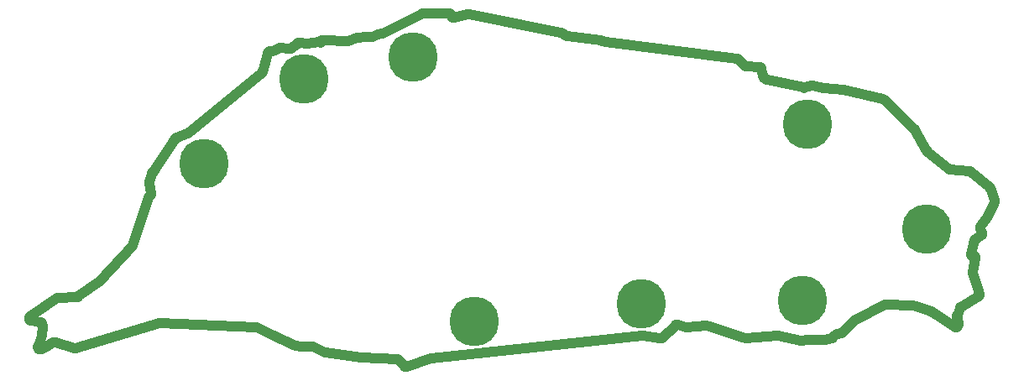
<source format=gtp>
G75*
%MOIN*%
%OFA0B0*%
%FSLAX25Y25*%
%IPPOS*%
%LPD*%
%AMOC8*
5,1,8,0,0,1.08239X$1,22.5*
%
%ADD10C,0.03937*%
%ADD11C,0.01600*%
%ADD12C,0.19685*%
D10*
X0010938Y0035616D02*
X0012395Y0036356D01*
X0015428Y0038243D01*
X0016238Y0038353D02*
X0023951Y0036090D01*
X0024515Y0036091D02*
X0057713Y0045895D01*
X0058038Y0045935D02*
X0095830Y0044378D01*
X0096227Y0044278D02*
X0102228Y0041358D01*
X0111809Y0036942D01*
X0112081Y0036861D02*
X0113708Y0036619D01*
X0118351Y0036707D01*
X0118819Y0036601D02*
X0123321Y0034334D01*
X0123629Y0034238D02*
X0137805Y0032210D01*
X0137908Y0032200D02*
X0151907Y0031666D01*
X0152600Y0031348D02*
X0154926Y0028854D01*
X0154927Y0028854D02*
X0154970Y0028811D01*
X0155015Y0028770D01*
X0155063Y0028732D01*
X0155113Y0028697D01*
X0155166Y0028666D01*
X0155220Y0028637D01*
X0155275Y0028612D01*
X0155333Y0028590D01*
X0155391Y0028572D01*
X0155450Y0028558D01*
X0155510Y0028547D01*
X0155571Y0028540D01*
X0155632Y0028536D01*
X0155693Y0028537D01*
X0155754Y0028541D01*
X0155815Y0028548D01*
X0155875Y0028560D01*
X0155934Y0028575D01*
X0155992Y0028593D01*
X0155992Y0028594D02*
X0165462Y0031949D01*
X0165688Y0032001D02*
X0249477Y0041090D01*
X0249763Y0041080D02*
X0256474Y0039869D01*
X0257327Y0040115D02*
X0262684Y0045024D01*
X0263656Y0045242D02*
X0266788Y0044269D01*
X0267172Y0044227D02*
X0274544Y0044867D01*
X0274927Y0044825D02*
X0290420Y0040022D01*
X0290801Y0039981D02*
X0302917Y0041015D01*
X0303214Y0040996D02*
X0312530Y0038973D01*
X0312727Y0038873D02*
X0314828Y0039139D01*
X0314942Y0039147D02*
X0321732Y0039221D01*
X0321986Y0039256D02*
X0324632Y0039981D01*
X0325128Y0040295D02*
X0325370Y0040578D01*
X0325512Y0040714D02*
X0326727Y0041670D01*
X0326726Y0041670D02*
X0326739Y0041640D01*
X0326755Y0041611D01*
X0326775Y0041585D01*
X0326797Y0041561D01*
X0326822Y0041539D01*
X0326849Y0041521D01*
X0326878Y0041506D01*
X0326909Y0041494D01*
X0326940Y0041486D01*
X0326973Y0041481D01*
X0327006Y0041480D01*
X0327038Y0041483D01*
X0327071Y0041490D01*
X0328395Y0041840D01*
X0328838Y0042091D02*
X0334083Y0047210D01*
X0334318Y0047380D02*
X0345641Y0053316D01*
X0346136Y0053430D02*
X0356666Y0053100D01*
X0356959Y0053046D02*
X0364414Y0050483D01*
X0364644Y0050370D02*
X0373362Y0044565D01*
X0373363Y0044565D02*
X0373415Y0044532D01*
X0373469Y0044503D01*
X0373524Y0044477D01*
X0373581Y0044455D01*
X0373639Y0044436D01*
X0373699Y0044421D01*
X0373759Y0044410D01*
X0373820Y0044402D01*
X0373881Y0044398D01*
X0373942Y0044397D01*
X0374003Y0044401D01*
X0374064Y0044408D01*
X0374124Y0044419D01*
X0374184Y0044433D01*
X0374242Y0044451D01*
X0374299Y0044473D01*
X0374355Y0044498D01*
X0374409Y0044527D01*
X0374462Y0044558D01*
X0374512Y0044593D01*
X0374560Y0044631D01*
X0374606Y0044672D01*
X0374649Y0044715D01*
X0374689Y0044761D01*
X0374727Y0044810D01*
X0374761Y0044861D01*
X0374792Y0044913D01*
X0374820Y0044968D01*
X0374845Y0045024D01*
X0374866Y0045081D01*
X0374883Y0045140D01*
X0374993Y0045555D01*
X0375008Y0046005D02*
X0374506Y0048562D01*
X0374546Y0049091D02*
X0375540Y0051873D01*
X0375963Y0052391D02*
X0382873Y0056592D01*
X0382924Y0056624D01*
X0382972Y0056660D01*
X0383018Y0056699D01*
X0383062Y0056740D01*
X0383103Y0056784D01*
X0383142Y0056830D01*
X0383178Y0056879D01*
X0383210Y0056929D01*
X0383240Y0056982D01*
X0383266Y0057036D01*
X0383289Y0057091D01*
X0383309Y0057148D01*
X0383325Y0057206D01*
X0383338Y0057265D01*
X0383347Y0057325D01*
X0383352Y0057385D01*
X0383354Y0057445D01*
X0383352Y0057505D01*
X0383347Y0057565D01*
X0383338Y0057624D01*
X0383325Y0057683D01*
X0383309Y0057741D01*
X0383309Y0057742D02*
X0380792Y0065888D01*
X0380763Y0066359D02*
X0381702Y0071624D01*
X0381701Y0071623D02*
X0381711Y0071686D01*
X0381716Y0071748D01*
X0381717Y0071811D01*
X0381714Y0071873D01*
X0381708Y0071936D01*
X0381697Y0071998D01*
X0381683Y0072059D01*
X0381665Y0072119D01*
X0381643Y0072177D01*
X0381617Y0072235D01*
X0381588Y0072290D01*
X0381555Y0072344D01*
X0381520Y0072395D01*
X0381481Y0072445D01*
X0381439Y0072491D01*
X0381394Y0072535D01*
X0381346Y0072576D01*
X0381296Y0072614D01*
X0381244Y0072649D01*
X0381190Y0072680D01*
X0381134Y0072708D01*
X0381076Y0072732D01*
X0381017Y0072753D01*
X0380956Y0072770D01*
X0380895Y0072783D01*
X0380833Y0072792D01*
X0380770Y0072798D01*
X0380708Y0072799D01*
X0380645Y0072796D01*
X0380583Y0072790D01*
X0380521Y0072780D01*
X0380521Y0072779D02*
X0380486Y0072774D01*
X0380450Y0072772D01*
X0380414Y0072774D01*
X0380378Y0072780D01*
X0380343Y0072789D01*
X0380309Y0072801D01*
X0380277Y0072817D01*
X0380246Y0072836D01*
X0380217Y0072858D01*
X0380191Y0072883D01*
X0380168Y0072911D01*
X0380147Y0072940D01*
X0380129Y0072972D01*
X0380115Y0073005D01*
X0380104Y0073039D01*
X0380096Y0073074D01*
X0380093Y0073110D01*
X0380092Y0073146D01*
X0380096Y0073182D01*
X0380103Y0073218D01*
X0381512Y0078872D01*
X0381920Y0079457D02*
X0383965Y0080846D01*
X0384015Y0080882D01*
X0384063Y0080922D01*
X0384109Y0080964D01*
X0384151Y0081010D01*
X0384191Y0081058D01*
X0384228Y0081108D01*
X0384262Y0081160D01*
X0384292Y0081215D01*
X0384319Y0081271D01*
X0384342Y0081329D01*
X0384361Y0081388D01*
X0384377Y0081448D01*
X0384389Y0081509D01*
X0384398Y0081571D01*
X0384402Y0081633D01*
X0384403Y0081695D01*
X0384399Y0081757D01*
X0384392Y0081819D01*
X0384381Y0081880D01*
X0384366Y0081941D01*
X0384348Y0082000D01*
X0384326Y0082058D01*
X0384300Y0082115D01*
X0383690Y0083353D01*
X0383665Y0083409D01*
X0383642Y0083467D01*
X0383624Y0083525D01*
X0383609Y0083585D01*
X0383598Y0083646D01*
X0383591Y0083707D01*
X0383587Y0083769D01*
X0383588Y0083830D01*
X0383592Y0083892D01*
X0383600Y0083953D01*
X0383611Y0084013D01*
X0383626Y0084073D01*
X0383645Y0084132D01*
X0383668Y0084189D01*
X0383694Y0084245D01*
X0383723Y0084299D01*
X0383756Y0084351D01*
X0383792Y0084401D01*
X0383792Y0084402D02*
X0386748Y0088278D01*
X0389425Y0094058D01*
X0389449Y0094843D02*
X0387598Y0099573D01*
X0387297Y0099985D02*
X0379945Y0105943D01*
X0379419Y0106160D02*
X0371652Y0106974D01*
X0371131Y0107188D02*
X0362749Y0113905D01*
X0362506Y0114189D02*
X0357684Y0122633D01*
X0357516Y0122850D02*
X0345598Y0134565D01*
X0345139Y0134822D02*
X0329479Y0138722D01*
X0329289Y0138750D02*
X0321570Y0139150D01*
X0321247Y0139222D02*
X0319932Y0139754D01*
X0317071Y0140226D01*
X0316643Y0140203D02*
X0314057Y0139492D01*
X0313573Y0139481D02*
X0298931Y0142758D01*
X0298575Y0142914D02*
X0297882Y0143400D01*
X0297493Y0143948D02*
X0296622Y0147036D01*
X0296621Y0147036D02*
X0296603Y0147094D01*
X0296582Y0147151D01*
X0296557Y0147206D01*
X0296528Y0147259D01*
X0296497Y0147311D01*
X0296462Y0147361D01*
X0296425Y0147408D01*
X0296384Y0147454D01*
X0296341Y0147496D01*
X0296296Y0147536D01*
X0296248Y0147573D01*
X0296198Y0147607D01*
X0296146Y0147639D01*
X0296092Y0147666D01*
X0296037Y0147691D01*
X0295980Y0147712D01*
X0295922Y0147730D01*
X0295863Y0147744D01*
X0295803Y0147755D01*
X0295743Y0147761D01*
X0295683Y0147765D01*
X0291046Y0147874D01*
X0290492Y0148057D02*
X0289356Y0148861D01*
X0287648Y0150674D01*
X0287050Y0150980D02*
X0234996Y0157775D01*
X0233808Y0158022D01*
X0233356Y0158114D01*
X0233111Y0158155D01*
X0219808Y0159840D01*
X0219463Y0159950D02*
X0217229Y0161142D01*
X0216957Y0161240D02*
X0180604Y0168610D01*
X0180174Y0168602D02*
X0174831Y0167331D01*
X0174832Y0167331D02*
X0174772Y0167319D01*
X0174711Y0167310D01*
X0174651Y0167305D01*
X0174590Y0167304D01*
X0174529Y0167307D01*
X0174468Y0167313D01*
X0174408Y0167323D01*
X0174349Y0167336D01*
X0174290Y0167353D01*
X0174233Y0167374D01*
X0174177Y0167398D01*
X0174122Y0167426D01*
X0174070Y0167456D01*
X0174019Y0167490D01*
X0173970Y0167527D01*
X0173924Y0167567D01*
X0173881Y0167609D01*
X0173840Y0167655D01*
X0173801Y0167702D01*
X0173766Y0167752D01*
X0173734Y0167804D01*
X0173705Y0167857D01*
X0173680Y0167913D01*
X0173658Y0167970D01*
X0173639Y0168028D01*
X0173639Y0168027D02*
X0173614Y0168114D01*
X0173613Y0168114D02*
X0173594Y0168173D01*
X0173572Y0168230D01*
X0173546Y0168286D01*
X0173517Y0168340D01*
X0173484Y0168392D01*
X0173449Y0168442D01*
X0173410Y0168490D01*
X0173369Y0168536D01*
X0173324Y0168578D01*
X0173278Y0168618D01*
X0173228Y0168655D01*
X0173177Y0168689D01*
X0173124Y0168720D01*
X0173069Y0168747D01*
X0173012Y0168771D01*
X0172954Y0168791D01*
X0172895Y0168808D01*
X0172835Y0168821D01*
X0172774Y0168831D01*
X0172713Y0168836D01*
X0172652Y0168838D01*
X0162111Y0168833D01*
X0161659Y0168725D02*
X0146351Y0160964D01*
X0145955Y0160858D02*
X0144207Y0160760D01*
X0142460Y0159653D01*
X0141901Y0159498D02*
X0140845Y0159522D01*
X0139613Y0159608D01*
X0136227Y0159336D01*
X0135930Y0159265D02*
X0132861Y0158014D01*
X0132429Y0157941D02*
X0122974Y0158455D01*
X0122177Y0158127D02*
X0121550Y0157432D01*
X0121193Y0157505D01*
X0120890Y0157519D02*
X0116351Y0157047D01*
X0113221Y0157191D01*
X0112639Y0157036D02*
X0111724Y0156454D01*
X0110759Y0155660D01*
X0110737Y0155642D02*
X0109907Y0154999D01*
X0109907Y0154998D02*
X0109904Y0154997D01*
X0109900Y0154997D01*
X0109901Y0154998D02*
X0109233Y0154928D01*
X0105362Y0155130D01*
X0104906Y0155046D02*
X0102773Y0154104D01*
X0102577Y0154041D02*
X0101480Y0153807D01*
X0101421Y0153793D01*
X0101364Y0153775D01*
X0101308Y0153754D01*
X0101253Y0153730D01*
X0101200Y0153702D01*
X0101149Y0153671D01*
X0101100Y0153638D01*
X0101052Y0153601D01*
X0101007Y0153561D01*
X0100965Y0153519D01*
X0100924Y0153475D01*
X0100887Y0153428D01*
X0100853Y0153379D01*
X0100821Y0153328D01*
X0100793Y0153275D01*
X0100768Y0153221D01*
X0100746Y0153165D01*
X0100728Y0153108D01*
X0098596Y0145773D01*
X0098270Y0145280D02*
X0069063Y0121311D01*
X0068767Y0121143D02*
X0064550Y0119627D01*
X0064058Y0119243D02*
X0054898Y0105600D01*
X0054764Y0105306D02*
X0053811Y0101814D01*
X0053792Y0101370D02*
X0054468Y0097687D01*
X0054201Y0096808D02*
X0053556Y0096147D01*
X0053322Y0095761D02*
X0047177Y0077080D01*
X0046965Y0076717D02*
X0034186Y0062741D01*
X0034022Y0062597D02*
X0025306Y0056490D01*
X0024781Y0056311D02*
X0017594Y0055963D01*
X0017087Y0055796D02*
X0006467Y0048693D01*
X0006417Y0048657D01*
X0006369Y0048618D01*
X0006323Y0048576D01*
X0006280Y0048531D01*
X0006240Y0048484D01*
X0006203Y0048435D01*
X0006169Y0048383D01*
X0006139Y0048329D01*
X0006111Y0048273D01*
X0006088Y0048216D01*
X0006068Y0048157D01*
X0006051Y0048098D01*
X0006038Y0048037D01*
X0006029Y0047976D01*
X0006024Y0047914D01*
X0006023Y0047852D01*
X0006026Y0047790D01*
X0006032Y0047729D01*
X0006042Y0047667D01*
X0006056Y0047607D01*
X0006074Y0047548D01*
X0006095Y0047490D01*
X0006120Y0047433D01*
X0006148Y0047378D01*
X0006180Y0047325D01*
X0006215Y0047273D01*
X0006253Y0047224D01*
X0006294Y0047178D01*
X0006337Y0047134D01*
X0006384Y0047093D01*
X0006433Y0047055D01*
X0006484Y0047020D01*
X0006537Y0046988D01*
X0006592Y0046960D01*
X0006649Y0046935D01*
X0006707Y0046913D01*
X0006766Y0046896D01*
X0006826Y0046882D01*
X0006887Y0046871D01*
X0010068Y0046436D01*
X0010126Y0046426D01*
X0010185Y0046413D01*
X0010242Y0046396D01*
X0010298Y0046376D01*
X0010353Y0046352D01*
X0010406Y0046325D01*
X0010458Y0046296D01*
X0010508Y0046263D01*
X0010555Y0046227D01*
X0010601Y0046188D01*
X0010644Y0046147D01*
X0010685Y0046103D01*
X0010723Y0046057D01*
X0010758Y0046009D01*
X0010790Y0045959D01*
X0010819Y0045907D01*
X0010845Y0045853D01*
X0010868Y0045798D01*
X0011232Y0044830D01*
X0011292Y0044375D02*
X0010967Y0041214D01*
X0010921Y0041002D02*
X0009536Y0036822D01*
X0009518Y0036762D01*
X0009504Y0036702D01*
X0009494Y0036640D01*
X0009488Y0036579D01*
X0009485Y0036517D01*
X0009486Y0036454D01*
X0009492Y0036393D01*
X0009501Y0036331D01*
X0009513Y0036270D01*
X0009530Y0036210D01*
X0009550Y0036152D01*
X0009574Y0036094D01*
X0009601Y0036039D01*
X0009632Y0035985D01*
X0009666Y0035933D01*
X0009704Y0035883D01*
X0009744Y0035836D01*
X0009787Y0035791D01*
X0009833Y0035749D01*
X0009881Y0035710D01*
X0009932Y0035674D01*
X0009985Y0035641D01*
X0010039Y0035612D01*
X0010096Y0035586D01*
X0010154Y0035564D01*
X0010213Y0035545D01*
X0010273Y0035530D01*
X0010334Y0035518D01*
X0010396Y0035511D01*
X0010458Y0035507D01*
X0010520Y0035508D01*
X0010582Y0035512D01*
X0010644Y0035520D01*
X0010705Y0035531D01*
X0010765Y0035547D01*
X0010824Y0035566D01*
X0010882Y0035589D01*
X0010938Y0035615D01*
X0015428Y0038243D02*
X0015480Y0038273D01*
X0015533Y0038300D01*
X0015589Y0038324D01*
X0015645Y0038344D01*
X0015703Y0038361D01*
X0015762Y0038375D01*
X0015821Y0038385D01*
X0015881Y0038391D01*
X0015941Y0038394D01*
X0016001Y0038393D01*
X0016061Y0038388D01*
X0016120Y0038380D01*
X0016179Y0038369D01*
X0016238Y0038354D01*
X0010921Y0041002D02*
X0010937Y0041054D01*
X0010950Y0041107D01*
X0010960Y0041161D01*
X0010967Y0041215D01*
X0011292Y0044376D02*
X0011296Y0044434D01*
X0011297Y0044491D01*
X0011294Y0044549D01*
X0011289Y0044607D01*
X0011280Y0044664D01*
X0011267Y0044720D01*
X0011252Y0044776D01*
X0011233Y0044831D01*
X0023950Y0036090D02*
X0024006Y0036076D01*
X0024062Y0036065D01*
X0024119Y0036056D01*
X0024176Y0036052D01*
X0024233Y0036050D01*
X0024290Y0036052D01*
X0024347Y0036057D01*
X0024404Y0036065D01*
X0024460Y0036076D01*
X0024515Y0036091D01*
X0057713Y0045895D02*
X0057766Y0045909D01*
X0057819Y0045920D01*
X0057873Y0045928D01*
X0057928Y0045934D01*
X0057982Y0045936D01*
X0058037Y0045935D01*
X0025306Y0056490D02*
X0025253Y0056456D01*
X0025199Y0056425D01*
X0025143Y0056397D01*
X0025085Y0056373D01*
X0025026Y0056353D01*
X0024966Y0056337D01*
X0024904Y0056324D01*
X0024843Y0056315D01*
X0024780Y0056310D01*
X0017595Y0055964D02*
X0017535Y0055959D01*
X0017475Y0055951D01*
X0017416Y0055939D01*
X0017358Y0055924D01*
X0017301Y0055905D01*
X0017245Y0055882D01*
X0017191Y0055857D01*
X0017138Y0055828D01*
X0017087Y0055796D01*
X0034022Y0062597D02*
X0034066Y0062630D01*
X0034108Y0062665D01*
X0034148Y0062702D01*
X0034186Y0062741D01*
X0046965Y0076717D02*
X0047004Y0076763D01*
X0047041Y0076811D01*
X0047075Y0076861D01*
X0047105Y0076913D01*
X0047132Y0076967D01*
X0047156Y0077023D01*
X0047177Y0077080D01*
X0053322Y0095761D02*
X0053341Y0095815D01*
X0053364Y0095867D01*
X0053389Y0095918D01*
X0053417Y0095968D01*
X0053448Y0096015D01*
X0053481Y0096061D01*
X0053517Y0096105D01*
X0053556Y0096147D01*
X0054201Y0096808D02*
X0054241Y0096852D01*
X0054279Y0096898D01*
X0054314Y0096946D01*
X0054346Y0096997D01*
X0054375Y0097049D01*
X0054400Y0097103D01*
X0054423Y0097158D01*
X0054442Y0097215D01*
X0054457Y0097272D01*
X0054470Y0097331D01*
X0054478Y0097390D01*
X0054483Y0097449D01*
X0054485Y0097509D01*
X0054483Y0097568D01*
X0054478Y0097628D01*
X0054469Y0097687D01*
X0053791Y0101370D02*
X0053783Y0101426D01*
X0053777Y0101481D01*
X0053775Y0101537D01*
X0053776Y0101593D01*
X0053780Y0101649D01*
X0053787Y0101705D01*
X0053797Y0101760D01*
X0053810Y0101814D01*
X0054764Y0105305D02*
X0054780Y0105357D01*
X0054798Y0105408D01*
X0054820Y0105458D01*
X0054843Y0105506D01*
X0054870Y0105554D01*
X0054899Y0105599D01*
X0064058Y0119243D02*
X0064091Y0119290D01*
X0064127Y0119335D01*
X0064166Y0119378D01*
X0064207Y0119418D01*
X0064251Y0119456D01*
X0064296Y0119492D01*
X0064343Y0119525D01*
X0064393Y0119555D01*
X0064444Y0119582D01*
X0064496Y0119606D01*
X0064550Y0119627D01*
X0068767Y0121143D02*
X0068820Y0121164D01*
X0068872Y0121188D01*
X0068923Y0121214D01*
X0068971Y0121244D01*
X0069018Y0121276D01*
X0069063Y0121311D01*
X0098270Y0145280D02*
X0098316Y0145319D01*
X0098358Y0145362D01*
X0098399Y0145406D01*
X0098436Y0145453D01*
X0098471Y0145502D01*
X0098502Y0145553D01*
X0098531Y0145606D01*
X0098556Y0145661D01*
X0098578Y0145717D01*
X0098596Y0145774D01*
X0102577Y0154041D02*
X0102627Y0154053D01*
X0102677Y0154068D01*
X0102725Y0154085D01*
X0102773Y0154104D01*
X0104906Y0155046D02*
X0104960Y0155068D01*
X0105015Y0155087D01*
X0105072Y0155102D01*
X0105129Y0155115D01*
X0105187Y0155123D01*
X0105245Y0155129D01*
X0105304Y0155131D01*
X0105362Y0155130D01*
X0110737Y0155643D02*
X0110759Y0155661D01*
X0112638Y0157036D02*
X0112691Y0157067D01*
X0112746Y0157095D01*
X0112802Y0157120D01*
X0112859Y0157141D01*
X0112918Y0157158D01*
X0112977Y0157172D01*
X0113038Y0157183D01*
X0113099Y0157189D01*
X0113160Y0157192D01*
X0113221Y0157191D01*
X0120890Y0157520D02*
X0120950Y0157524D01*
X0121011Y0157525D01*
X0121072Y0157522D01*
X0121132Y0157515D01*
X0121192Y0157505D01*
X0122177Y0158127D02*
X0122219Y0158170D01*
X0122262Y0158210D01*
X0122308Y0158248D01*
X0122356Y0158283D01*
X0122406Y0158315D01*
X0122458Y0158344D01*
X0122511Y0158370D01*
X0122566Y0158392D01*
X0122622Y0158412D01*
X0122680Y0158428D01*
X0122738Y0158440D01*
X0122796Y0158449D01*
X0122856Y0158455D01*
X0122915Y0158457D01*
X0122974Y0158456D01*
X0132430Y0157941D02*
X0132485Y0157940D01*
X0132540Y0157942D01*
X0132595Y0157946D01*
X0132650Y0157954D01*
X0132704Y0157964D01*
X0132757Y0157978D01*
X0132810Y0157995D01*
X0132862Y0158014D01*
X0135929Y0159266D02*
X0135987Y0159287D01*
X0136046Y0159305D01*
X0136105Y0159319D01*
X0136166Y0159330D01*
X0136227Y0159337D01*
X0141902Y0159498D02*
X0141961Y0159499D01*
X0142019Y0159502D01*
X0142078Y0159510D01*
X0142136Y0159520D01*
X0142193Y0159534D01*
X0142249Y0159552D01*
X0142304Y0159573D01*
X0142358Y0159596D01*
X0142410Y0159623D01*
X0142460Y0159653D01*
X0145955Y0160858D02*
X0146013Y0160863D01*
X0146072Y0160871D01*
X0146130Y0160883D01*
X0146187Y0160898D01*
X0146243Y0160917D01*
X0146298Y0160939D01*
X0146351Y0160964D01*
X0161659Y0168725D02*
X0161712Y0168750D01*
X0161766Y0168772D01*
X0161822Y0168790D01*
X0161878Y0168806D01*
X0161936Y0168818D01*
X0161994Y0168826D01*
X0162052Y0168831D01*
X0162111Y0168833D01*
X0180174Y0168603D02*
X0180235Y0168615D01*
X0180296Y0168624D01*
X0180358Y0168629D01*
X0180420Y0168630D01*
X0180482Y0168627D01*
X0180544Y0168620D01*
X0180605Y0168610D01*
X0216957Y0161240D02*
X0217013Y0161227D01*
X0217069Y0161210D01*
X0217123Y0161191D01*
X0217177Y0161168D01*
X0217229Y0161142D01*
X0219462Y0159950D02*
X0219517Y0159923D01*
X0219573Y0159899D01*
X0219630Y0159879D01*
X0219688Y0159862D01*
X0219747Y0159849D01*
X0219807Y0159840D01*
X0287049Y0150980D02*
X0287111Y0150970D01*
X0287172Y0150956D01*
X0287232Y0150938D01*
X0287290Y0150917D01*
X0287347Y0150892D01*
X0287403Y0150864D01*
X0287456Y0150832D01*
X0287508Y0150797D01*
X0287557Y0150759D01*
X0287604Y0150718D01*
X0287648Y0150674D01*
X0290491Y0148058D02*
X0290541Y0148025D01*
X0290592Y0147995D01*
X0290645Y0147968D01*
X0290699Y0147945D01*
X0290755Y0147925D01*
X0290812Y0147908D01*
X0290869Y0147894D01*
X0290927Y0147884D01*
X0290986Y0147877D01*
X0291045Y0147874D01*
X0297493Y0143948D02*
X0297511Y0143888D01*
X0297534Y0143830D01*
X0297560Y0143774D01*
X0297589Y0143719D01*
X0297622Y0143666D01*
X0297658Y0143615D01*
X0297697Y0143566D01*
X0297739Y0143521D01*
X0297784Y0143477D01*
X0297832Y0143437D01*
X0297882Y0143400D01*
X0298576Y0142915D02*
X0298622Y0142884D01*
X0298670Y0142856D01*
X0298720Y0142831D01*
X0298771Y0142808D01*
X0298823Y0142789D01*
X0298877Y0142772D01*
X0298931Y0142758D01*
X0313574Y0139480D02*
X0313634Y0139469D01*
X0313694Y0139461D01*
X0313755Y0139457D01*
X0313816Y0139456D01*
X0313877Y0139460D01*
X0313938Y0139467D01*
X0313998Y0139477D01*
X0314057Y0139492D01*
X0316643Y0140203D02*
X0316703Y0140218D01*
X0316764Y0140229D01*
X0316825Y0140236D01*
X0316886Y0140239D01*
X0316948Y0140238D01*
X0317010Y0140234D01*
X0317071Y0140226D01*
X0321247Y0139222D02*
X0321299Y0139203D01*
X0321352Y0139186D01*
X0321406Y0139173D01*
X0321460Y0139162D01*
X0321515Y0139155D01*
X0321570Y0139150D01*
X0329290Y0138751D02*
X0329338Y0138747D01*
X0329385Y0138741D01*
X0329433Y0138733D01*
X0329480Y0138722D01*
X0345139Y0134822D02*
X0345196Y0134806D01*
X0345252Y0134787D01*
X0345306Y0134764D01*
X0345360Y0134739D01*
X0345411Y0134710D01*
X0345461Y0134678D01*
X0345509Y0134643D01*
X0345555Y0134605D01*
X0345598Y0134565D01*
X0357516Y0122850D02*
X0357554Y0122811D01*
X0357590Y0122769D01*
X0357624Y0122725D01*
X0357655Y0122680D01*
X0357683Y0122633D01*
X0362507Y0114189D02*
X0362539Y0114136D01*
X0362576Y0114084D01*
X0362615Y0114035D01*
X0362657Y0113989D01*
X0362702Y0113945D01*
X0362750Y0113905D01*
X0371131Y0107188D02*
X0371176Y0107153D01*
X0371224Y0107121D01*
X0371273Y0107092D01*
X0371324Y0107066D01*
X0371376Y0107043D01*
X0371429Y0107023D01*
X0371484Y0107006D01*
X0371539Y0106992D01*
X0371595Y0106981D01*
X0371652Y0106973D01*
X0379419Y0106161D02*
X0379476Y0106153D01*
X0379533Y0106142D01*
X0379589Y0106128D01*
X0379644Y0106110D01*
X0379698Y0106090D01*
X0379750Y0106066D01*
X0379801Y0106040D01*
X0379851Y0106010D01*
X0379899Y0105978D01*
X0379945Y0105943D01*
X0387297Y0099985D02*
X0387340Y0099948D01*
X0387381Y0099908D01*
X0387420Y0099865D01*
X0387457Y0099821D01*
X0387491Y0099775D01*
X0387522Y0099727D01*
X0387550Y0099677D01*
X0387576Y0099625D01*
X0387598Y0099572D01*
X0389449Y0094842D02*
X0389470Y0094784D01*
X0389487Y0094724D01*
X0389501Y0094664D01*
X0389510Y0094602D01*
X0389516Y0094541D01*
X0389518Y0094479D01*
X0389516Y0094417D01*
X0389510Y0094355D01*
X0389501Y0094294D01*
X0389488Y0094233D01*
X0389470Y0094173D01*
X0389450Y0094115D01*
X0389425Y0094058D01*
X0381920Y0079457D02*
X0381871Y0079422D01*
X0381824Y0079383D01*
X0381779Y0079342D01*
X0381737Y0079298D01*
X0381698Y0079251D01*
X0381662Y0079202D01*
X0381629Y0079151D01*
X0381599Y0079098D01*
X0381572Y0079044D01*
X0381548Y0078988D01*
X0381528Y0078930D01*
X0381512Y0078872D01*
X0380763Y0066359D02*
X0380754Y0066300D01*
X0380749Y0066240D01*
X0380747Y0066181D01*
X0380749Y0066121D01*
X0380754Y0066062D01*
X0380763Y0066003D01*
X0380776Y0065945D01*
X0380792Y0065888D01*
X0375963Y0052390D02*
X0375911Y0052357D01*
X0375861Y0052320D01*
X0375814Y0052280D01*
X0375769Y0052237D01*
X0375727Y0052192D01*
X0375688Y0052144D01*
X0375652Y0052093D01*
X0375619Y0052041D01*
X0375589Y0051986D01*
X0375563Y0051930D01*
X0375540Y0051873D01*
X0374545Y0049091D02*
X0374527Y0049034D01*
X0374512Y0048976D01*
X0374500Y0048918D01*
X0374492Y0048858D01*
X0374488Y0048799D01*
X0374487Y0048739D01*
X0374490Y0048680D01*
X0374496Y0048620D01*
X0374506Y0048561D01*
X0375008Y0046005D02*
X0375018Y0045949D01*
X0375024Y0045892D01*
X0375027Y0045836D01*
X0375026Y0045779D01*
X0375023Y0045722D01*
X0375016Y0045666D01*
X0375006Y0045610D01*
X0374993Y0045555D01*
X0364643Y0050370D02*
X0364600Y0050398D01*
X0364555Y0050423D01*
X0364509Y0050445D01*
X0364462Y0050466D01*
X0364414Y0050484D01*
X0356959Y0053047D02*
X0356902Y0053064D01*
X0356844Y0053079D01*
X0356785Y0053090D01*
X0356725Y0053097D01*
X0356665Y0053101D01*
X0346136Y0053430D02*
X0346079Y0053430D01*
X0346022Y0053427D01*
X0345965Y0053420D01*
X0345909Y0053411D01*
X0345853Y0053398D01*
X0345799Y0053382D01*
X0345745Y0053363D01*
X0345692Y0053341D01*
X0345641Y0053316D01*
X0334318Y0047381D02*
X0334267Y0047352D01*
X0334218Y0047321D01*
X0334171Y0047287D01*
X0334126Y0047250D01*
X0334084Y0047211D01*
X0328838Y0042091D02*
X0328796Y0042053D01*
X0328752Y0042016D01*
X0328706Y0041983D01*
X0328658Y0041952D01*
X0328608Y0041923D01*
X0328557Y0041898D01*
X0328504Y0041876D01*
X0328450Y0041856D01*
X0328395Y0041840D01*
X0325512Y0040714D02*
X0325474Y0040683D01*
X0325438Y0040650D01*
X0325403Y0040615D01*
X0325370Y0040578D01*
X0325128Y0040295D02*
X0325088Y0040251D01*
X0325045Y0040209D01*
X0325000Y0040170D01*
X0324953Y0040134D01*
X0324903Y0040100D01*
X0324852Y0040070D01*
X0324799Y0040043D01*
X0324745Y0040019D01*
X0324689Y0039998D01*
X0324632Y0039980D01*
X0321985Y0039256D02*
X0321935Y0039244D01*
X0321885Y0039235D01*
X0321834Y0039227D01*
X0321783Y0039223D01*
X0321732Y0039221D01*
X0314942Y0039147D02*
X0314885Y0039145D01*
X0314828Y0039139D01*
X0312727Y0038874D02*
X0312698Y0038897D01*
X0312668Y0038918D01*
X0312635Y0038936D01*
X0312602Y0038951D01*
X0312567Y0038964D01*
X0312531Y0038973D01*
X0303214Y0040996D02*
X0303155Y0041007D01*
X0303096Y0041015D01*
X0303036Y0041018D01*
X0302977Y0041019D01*
X0302917Y0041015D01*
X0290801Y0039981D02*
X0290746Y0039977D01*
X0290691Y0039977D01*
X0290636Y0039980D01*
X0290581Y0039986D01*
X0290527Y0039995D01*
X0290473Y0040007D01*
X0290420Y0040022D01*
X0274927Y0044825D02*
X0274874Y0044840D01*
X0274820Y0044852D01*
X0274765Y0044861D01*
X0274710Y0044867D01*
X0274655Y0044870D01*
X0274600Y0044870D01*
X0274545Y0044866D01*
X0267171Y0044228D02*
X0267116Y0044224D01*
X0267061Y0044224D01*
X0267005Y0044227D01*
X0266950Y0044233D01*
X0266896Y0044242D01*
X0266842Y0044254D01*
X0266788Y0044269D01*
X0263656Y0045242D02*
X0263597Y0045258D01*
X0263537Y0045271D01*
X0263476Y0045280D01*
X0263415Y0045285D01*
X0263354Y0045287D01*
X0263292Y0045285D01*
X0263231Y0045279D01*
X0263171Y0045269D01*
X0263111Y0045256D01*
X0263052Y0045239D01*
X0262994Y0045218D01*
X0262938Y0045194D01*
X0262883Y0045166D01*
X0262830Y0045135D01*
X0262779Y0045101D01*
X0262730Y0045064D01*
X0262683Y0045024D01*
X0257327Y0040116D02*
X0257280Y0040076D01*
X0257231Y0040039D01*
X0257180Y0040005D01*
X0257127Y0039974D01*
X0257072Y0039946D01*
X0257016Y0039922D01*
X0256958Y0039901D01*
X0256899Y0039884D01*
X0256839Y0039871D01*
X0256779Y0039861D01*
X0256718Y0039855D01*
X0256656Y0039853D01*
X0256595Y0039855D01*
X0256534Y0039860D01*
X0256473Y0039869D01*
X0249763Y0041080D02*
X0249706Y0041089D01*
X0249649Y0041094D01*
X0249592Y0041096D01*
X0249534Y0041095D01*
X0249477Y0041090D01*
X0165688Y0032001D02*
X0165631Y0031993D01*
X0165574Y0031982D01*
X0165517Y0031967D01*
X0165462Y0031950D01*
X0152600Y0031348D02*
X0152558Y0031391D01*
X0152513Y0031431D01*
X0152466Y0031468D01*
X0152417Y0031503D01*
X0152365Y0031534D01*
X0152312Y0031562D01*
X0152258Y0031587D01*
X0152202Y0031609D01*
X0152144Y0031627D01*
X0152086Y0031642D01*
X0152027Y0031653D01*
X0151967Y0031661D01*
X0151907Y0031665D01*
X0137908Y0032201D02*
X0137856Y0032204D01*
X0137804Y0032210D01*
X0123629Y0034237D02*
X0123576Y0034246D01*
X0123523Y0034258D01*
X0123471Y0034273D01*
X0123420Y0034291D01*
X0123370Y0034311D01*
X0123321Y0034334D01*
X0118820Y0036601D02*
X0118765Y0036627D01*
X0118708Y0036649D01*
X0118651Y0036668D01*
X0118592Y0036683D01*
X0118532Y0036695D01*
X0118472Y0036703D01*
X0118412Y0036707D01*
X0118351Y0036708D01*
X0112080Y0036861D02*
X0112024Y0036871D01*
X0111969Y0036884D01*
X0111914Y0036900D01*
X0111861Y0036919D01*
X0111808Y0036942D01*
X0096227Y0044278D02*
X0096173Y0044302D01*
X0096118Y0044323D01*
X0096062Y0044341D01*
X0096005Y0044355D01*
X0095947Y0044366D01*
X0095889Y0044374D01*
X0095830Y0044378D01*
D11*
X0099926Y0151433D02*
X0099952Y0151562D01*
X0099981Y0151690D01*
X0100015Y0151817D01*
X0100052Y0151943D01*
X0100093Y0152068D01*
X0100138Y0152192D01*
X0100186Y0152315D01*
X0100238Y0152435D01*
X0100293Y0152555D01*
X0100352Y0152672D01*
X0100415Y0152788D01*
X0100481Y0152902D01*
X0100550Y0153014D01*
X0100623Y0153124D01*
X0100698Y0153231D01*
X0100777Y0153337D01*
X0100859Y0153439D01*
X0100944Y0153540D01*
X0101032Y0153638D01*
X0101123Y0153733D01*
X0101217Y0153825D01*
X0101313Y0153915D01*
X0101412Y0154002D01*
X0101514Y0154085D01*
X0101618Y0154166D01*
X0101724Y0154243D01*
X0101833Y0154318D01*
X0101943Y0154389D01*
X0102056Y0154457D01*
X0102171Y0154521D01*
X0102288Y0154582D01*
D12*
X0115002Y0142794D03*
X0158444Y0151744D03*
X0075449Y0109150D03*
X0182587Y0046787D03*
X0249116Y0053506D03*
X0313107Y0054916D03*
X0362429Y0083336D03*
X0315184Y0124896D03*
M02*

</source>
